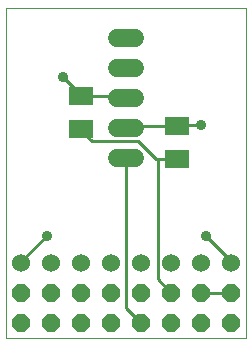
<source format=gbl>
G75*
%MOIN*%
%OFA0B0*%
%FSLAX25Y25*%
%IPPOS*%
%LPD*%
%AMOC8*
5,1,8,0,0,1.08239X$1,22.5*
%
%ADD10C,0.00000*%
%ADD11OC8,0.06000*%
%ADD12C,0.06000*%
%ADD13R,0.07874X0.06299*%
%ADD14C,0.06000*%
%ADD15C,0.01000*%
%ADD16C,0.03600*%
D10*
X0001800Y0001800D02*
X0001800Y0111800D01*
X0081800Y0111800D01*
X0081800Y0001800D01*
X0001800Y0001800D01*
D11*
X0006800Y0006800D03*
X0006800Y0016800D03*
X0016800Y0016800D03*
X0016800Y0006800D03*
X0026800Y0006800D03*
X0026800Y0016800D03*
X0036800Y0016800D03*
X0036800Y0006800D03*
X0046800Y0006800D03*
X0046800Y0016800D03*
X0056800Y0016800D03*
X0056800Y0006800D03*
X0066800Y0006800D03*
X0066800Y0016800D03*
X0076800Y0016800D03*
X0076800Y0006800D03*
D12*
X0076800Y0026800D03*
X0066800Y0026800D03*
X0056800Y0026800D03*
X0046800Y0026800D03*
X0036800Y0026800D03*
X0026800Y0026800D03*
X0016800Y0026800D03*
X0006800Y0026800D03*
D13*
X0026800Y0071288D03*
X0026800Y0082312D03*
X0058800Y0072312D03*
X0058800Y0061288D03*
D14*
X0044800Y0061800D02*
X0038800Y0061800D01*
X0038800Y0071800D02*
X0044800Y0071800D01*
X0044800Y0081800D02*
X0038800Y0081800D01*
X0038800Y0091800D02*
X0044800Y0091800D01*
X0044800Y0101800D02*
X0038800Y0101800D01*
D15*
X0041300Y0082300D02*
X0041800Y0081800D01*
X0041300Y0082300D02*
X0026800Y0082300D01*
X0026800Y0082312D01*
X0026800Y0082800D01*
X0020800Y0088800D01*
X0026800Y0071288D02*
X0026800Y0070800D01*
X0030300Y0067300D01*
X0045800Y0067300D01*
X0051800Y0061300D01*
X0052300Y0061300D01*
X0052300Y0021300D01*
X0056800Y0016800D01*
X0066800Y0016800D02*
X0076800Y0016800D01*
X0076800Y0026800D02*
X0076800Y0027300D01*
X0068300Y0035800D01*
X0058800Y0061288D02*
X0058800Y0061300D01*
X0052300Y0061300D01*
X0058800Y0072300D02*
X0058800Y0072312D01*
X0058800Y0072800D01*
X0066800Y0072800D01*
X0058800Y0072300D02*
X0042300Y0072300D01*
X0041800Y0071800D01*
X0041800Y0061800D02*
X0041800Y0011800D01*
X0046800Y0006800D01*
X0015300Y0035800D02*
X0006800Y0027300D01*
X0006800Y0026800D01*
D16*
X0015300Y0035800D03*
X0020800Y0088800D03*
X0066800Y0072800D03*
X0068300Y0035800D03*
M02*

</source>
